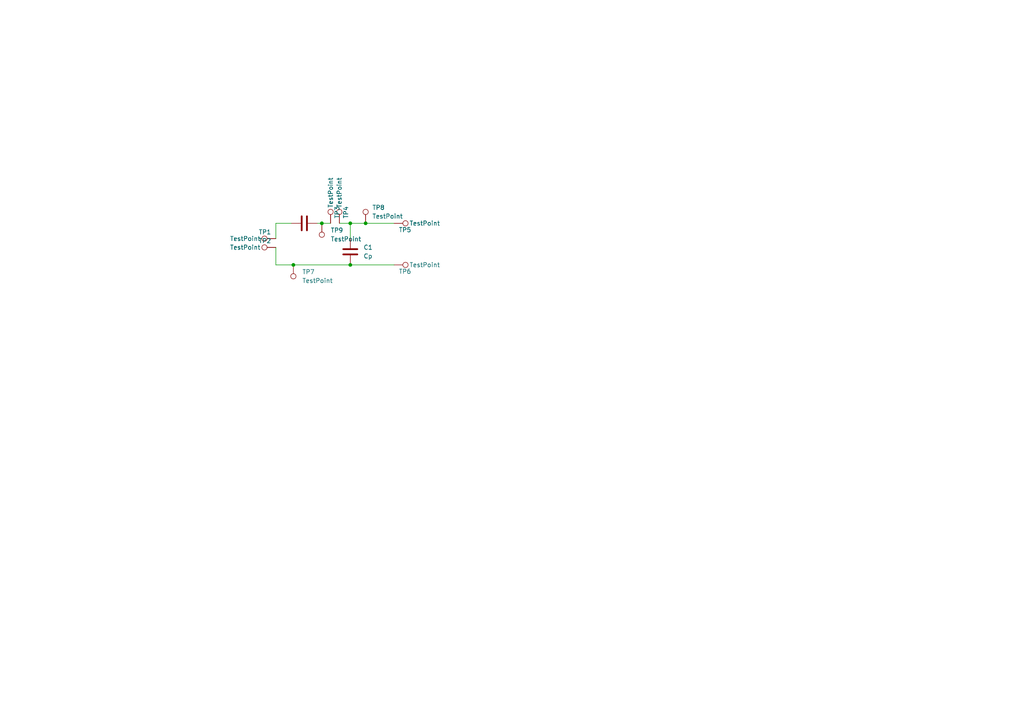
<source format=kicad_sch>
(kicad_sch (version 20230121) (generator eeschema)
  (paper "A4")
  (lib_symbols
    (symbol "Connector:TestPoint" (pin_numbers hide) (pin_names (offset 0.762) hide)
      (property "Reference" "TP" (at 0 6.858 0))
      (property "Value" "TestPoint" (at 0 5.08 0))
      (symbol "TestPoint_0_1"
        (circle (center 0 3.302) (radius 0.762))
      )
      (symbol "TestPoint_1_1"
        (pin passive line (at 0 0 90) (length 2.54) (name "1") (number "1"))
      )
    )
    (symbol "Device:C" (pin_numbers hide) (pin_names (offset 0.254))
      (property "Reference" "C" (at 0.635 2.54 0))
      (property "Value" "C" (at 0.635 -2.54 0))
      (symbol "C_0_1"
        (polyline (pts (xy -2.032 -0.762) (xy 2.032 -0.762)) (stroke (width 0.508)))
        (polyline (pts (xy -2.032 0.762) (xy 2.032 0.762)) (stroke (width 0.508)))
      )
      (symbol "C_1_1"
        (pin passive line (at 0 3.81 270) (length 2.794) (name "~") (number "1"))
        (pin passive line (at 0 -3.81 90) (length 2.794) (name "~") (number "2"))
      )
    )
  )
  (junction (at 101.6 76.835))
  (junction (at 101.6 64.77))
  (junction (at 93.345 64.77))
  (junction (at 85.09 76.835))
  (junction (at 106.045 64.77))
  (wire (pts (xy 80.01 76.835) (xy 80.01 71.755)))
  (wire (pts (xy 85.09 76.835) (xy 101.6 76.835)))
  (wire (pts (xy 98.425 64.77) (xy 101.6 64.77)))
  (wire (pts (xy 101.6 64.77) (xy 106.045 64.77)))
  (wire (pts (xy 80.01 64.77) (xy 84.455 64.77)))
  (wire (pts (xy 80.01 76.835) (xy 85.09 76.835)))
  (wire (pts (xy 106.045 64.77) (xy 114.3 64.77)))
  (wire (pts (xy 92.075 64.77) (xy 93.345 64.77)))
  (wire (pts (xy 80.01 69.215) (xy 80.01 64.77)))
  (wire (pts (xy 101.6 76.835) (xy 114.3 76.835)))
  (wire (pts (xy 101.6 69.215) (xy 101.6 64.77)))
  (wire (pts (xy 93.345 64.77) (xy 95.885 64.77)))
  (symbol (lib_id "Connector:TestPoint") (at 114.3 64.77 270) (unit 1)
    (property "Reference" "TP5" (at 117.475 66.675 90))
    (property "Value" "TestPoint" (at 123.19 64.77 90))
    (property "Footprint" "custom_assets_mit:output_pad_4x8mm" (effects hide))
  )
  (symbol (lib_id "Connector:TestPoint") (at 114.3 76.835 270) (unit 1)
    (property "Reference" "TP6" (at 117.475 78.74 90))
    (property "Value" "TestPoint" (at 123.19 76.835 90))
    (property "Footprint" "custom_assets_mit:output_pad_4x8mm" (effects hide))
  )
  (symbol (lib_id "Connector:TestPoint") (at 80.01 69.215 90) (unit 1)
    (property "Reference" "TP1" (at 76.835 67.31 90))
    (property "Value" "TestPoint" (at 71.12 69.215 90))
    (property "Footprint" "custom_assets_mit:output_pad_4x8mm" (effects hide))
  )
  (symbol (lib_id "Connector:TestPoint") (at 93.345 64.77 180) (unit 1)
    (property "Reference" "TP9" (at 95.885 66.802 0) (effects (justify right)))
    (property "Value" "TestPoint" (at 95.885 69.342 0) (effects (justify right)))
    (property "Footprint" "TestPoint:TestPoint_Keystone_5005-5009_Compact" (effects hide))
  )
  (symbol (lib_id "Connector:TestPoint") (at 95.885 64.77 0) (unit 1)
    (property "Reference" "TP3" (at 97.79 61.595 90))
    (property "Value" "TestPoint" (at 95.885 55.88 90))
    (property "Footprint" "custom_assets_mit:output_pad_4x8mm" (effects hide))
  )
  (symbol (lib_id "Device:C") (at 101.6 73.025 0) (unit 1)
    (property "Reference" "C1" (at 105.41 71.755 0) (effects (justify left)))
    (property "Value" "Cp" (at 105.41 74.295 0) (effects (justify left)))
    (property "Footprint" "Capacitor_SMD:C_1206_3216Metric" (effects hide))
  )
  (symbol (lib_id "Connector:TestPoint") (at 98.425 64.77 0) (unit 1)
    (property "Reference" "TP4" (at 100.33 61.595 90))
    (property "Value" "TestPoint" (at 98.425 55.88 90))
    (property "Footprint" "custom_assets_mit:output_pad_4x8mm" (effects hide))
  )
  (symbol (lib_id "Connector:TestPoint") (at 85.09 76.835 180) (unit 1)
    (property "Reference" "TP7" (at 87.63 78.867 0) (effects (justify right)))
    (property "Value" "TestPoint" (at 87.63 81.407 0) (effects (justify right)))
    (property "Footprint" "TestPoint:TestPoint_Keystone_5005-5009_Compact" (effects hide))
  )
  (symbol (lib_id "Device:C") (at 88.265 64.77 90) (unit 1)
    (property "Reference" "C2" (effects hide))
    (property "Value" "Cs" (effects hide))
    (property "Footprint" "Capacitor_SMD:C_2220_5750Metric" (effects hide))
  )
  (symbol (lib_id "Connector:TestPoint") (at 106.045 64.77 0) (unit 1)
    (property "Reference" "TP8" (at 107.95 60.198 0) (effects (justify left)))
    (property "Value" "TestPoint" (at 107.95 62.738 0) (effects (justify left)))
    (property "Footprint" "TestPoint:TestPoint_Keystone_5005-5009_Compact" (effects hide))
  )
  (symbol (lib_id "Connector:TestPoint") (at 80.01 71.755 90) (unit 1)
    (property "Reference" "TP2" (at 76.835 69.85 90))
    (property "Value" "TestPoint" (at 71.12 71.755 90))
    (property "Footprint" "custom_assets_mit:output_pad_4x8mm" (effects hide))
  )
)
</source>
